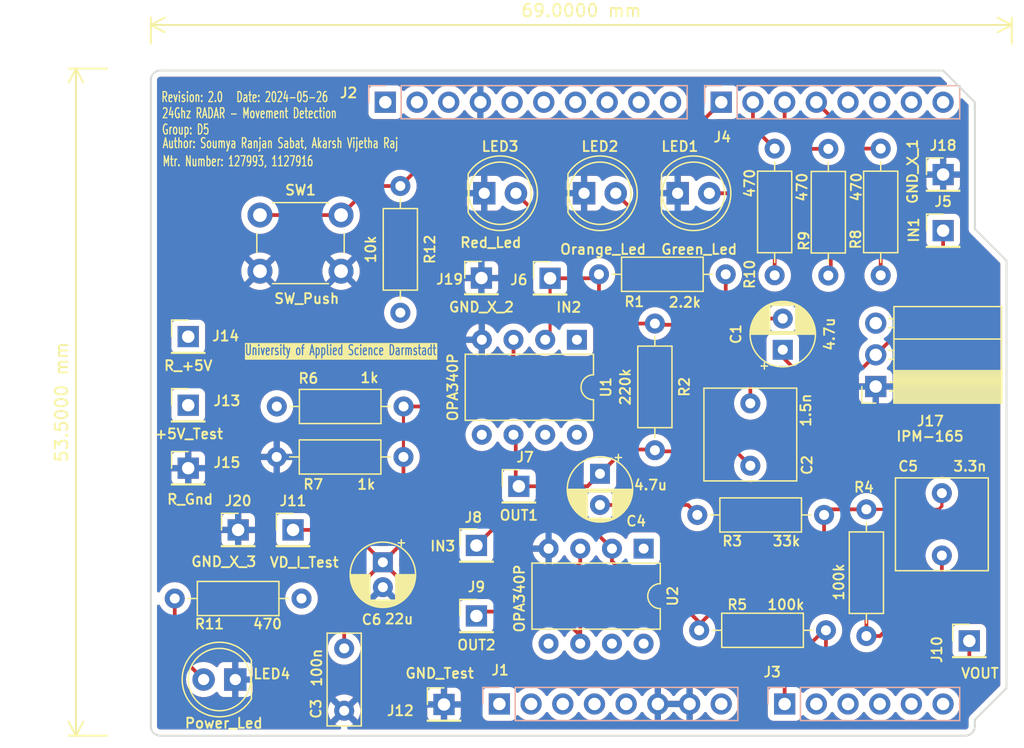
<source format=kicad_pcb>
(kicad_pcb (version 20240108) (generator "pcbnew") (generator_version "8.0")
  (title_block (title "24Ghz RADAR - Movement Detection") (date "2024-05-26") (rev "2.0") (company "University of Applied Science Darmstadt") (comment 1 "Group: D5") (comment 2 "Author: Soumya Ranjan Sabat, Akarsh Vijetha Raj") (comment 3 "Mtr. Number: 127993, 1127916"))
  (layers (0 "F.Cu" signal) (1 "In1.Cu" power "GND") (2 "In2.Cu" power "VCC") (31 "B.Cu" signal) (34 "B.Paste" user) (35 "F.Paste" user) (36 "B.SilkS" user "B.Silkscreen") (37 "F.SilkS" user "F.Silkscreen") (38 "B.Mask" user) (39 "F.Mask" user) (44 "Edge.Cuts" user))
  (net 0 "")
  (net 1 "GND")
  (net 3 "+5V")
  (net 4 "Vin")
  (net 5 "Net-(C1-Pad2)")
  (net 6 "Net-(J7-Pin_1)")
  (net 7 "/VD_I")
  (net 8 "Net-(C4-Pad2)")
  (net 24 "Vout")
  (net 30 "SW_PUSH")
  (net 33 "LED_GREEN")
  (net 34 "LED_RED")
  (net 35 "LED_ORANGE")
  (net 36 "Net-(LED1-A)")
  (net 37 "Net-(LED2-A)")
  (net 38 "Net-(LED3-A)")
  (net 39 "Net-(LED4-A)")
  (net 46 "Net-(J6-Pin_1)")
  (net 47 "Net-(J9-Pin_1)")
  (net 48 "Net-(J8-Pin_1)")
  (footprint "Connector_PinHeader_2.54mm:PinHeader_1x01_P2.54mm_Vertical" (layer "F.Cu") (at 165.6 92.4)
    (property "Reference" "J10" (at -2.6 0.7 90) (layer "F.SilkS") (effects (font (size 0.8 0.8))))
    (property "Value" "VOUT" (at 0.85 2.6 0) (layer "F.SilkS") (effects (font (size 0.8 0.8))))
    (pad "1" thru_hole rect (at 0 0) (size 1.7 1.7) (drill 1) (layers "*.Cu" "*.Mask") (net 24 "Vout"))
  )
  (footprint "Connector_PinHeader_2.54mm:PinHeader_1x01_P2.54mm_Vertical" (layer "F.Cu") (at 126.1 84.75)
    (property "Reference" "J8" (at -0.25 -2.25 0) (layer "F.SilkS") (effects (font (size 0.8 0.8))))
    (property "Value" "IN3" (at -2.7 0.05 180) (layer "F.SilkS") (effects (font (size 0.8 0.8))))
    (pad "1" thru_hole rect (at 0 0) (size 1.7 1.7) (drill 1) (layers "*.Cu" "*.Mask") (net 48 "Net-(J8-Pin_1)"))
  )
  (footprint "Resistor_THT:R_Axial_DIN0207_L6.3mm_D2.5mm_P10.16mm_Horizontal" (layer "F.Cu") (at 110.1 73.6)
    (property "Reference" "R6" (at 2.53 -2.25 0) (layer "F.SilkS") (effects (font (size 0.8 0.8))))
    (property "Value" "1k" (at 7.43 -2.3 0) (layer "F.SilkS") (effects (font (size 0.8 0.8))))
    (pad "1" thru_hole circle (at 0 0) (size 1.6 1.6) (drill 0.8) (layers "*.Cu" "*.Mask") (net 3 "+5V"))
    (pad "2" thru_hole oval (at 10.16 0) (size 1.6 1.6) (drill 0.8) (layers "*.Cu" "*.Mask") (net 7 "/VD_I"))
  )
  (footprint "Button_Switch_THT:SW_PUSH_6mm_H7.3mm" (layer "F.Cu") (at 108.75 58.25)
    (property "Reference" "SW1" (at 3.25 -2 0) (layer "F.SilkS") (effects (font (size 0.8 0.8))))
    (property "Value" "SW_Push" (at 3.75 6.7 0) (layer "F.SilkS") (effects (font (size 0.8 0.8))))
    (pad "1" thru_hole circle (at 0 0 90) (size 2 2) (drill 1.1) (layers "*.Cu" "*.Mask") (net 30 "SW_PUSH"))
    (pad "1" thru_hole circle (at 6.5 0 90) (size 2 2) (drill 1.1) (layers "*.Cu" "*.Mask") (net 30 "SW_PUSH"))
    (pad "2" thru_hole circle (at 0 4.5 90) (size 2 2) (drill 1.1) (layers "*.Cu" "*.Mask") (net 1 "GND"))
    (pad "2" thru_hole circle (at 6.5 4.5 90) (size 2 2) (drill 1.1) (layers "*.Cu" "*.Mask") (net 1 "GND"))
  )
  (footprint "Resistor_THT:R_Axial_DIN0207_L6.3mm_D2.5mm_P10.16mm_Horizontal" (layer "F.Cu") (at 143.95 91.55)
    (property "Reference" "R5" (at 3.05 -2.05 0) (layer "F.SilkS") (effects (font (size 0.8 0.8))))
    (property "Value" "100k" (at 6.95 -2.05 0) (layer "F.SilkS") (effects (font (size 0.8 0.8))))
    (pad "1" thru_hole circle (at 0 0) (size 1.6 1.6) (drill 0.8) (layers "*.Cu" "*.Mask") (net 47 "Net-(J9-Pin_1)"))
    (pad "2" thru_hole oval (at 10.16 0) (size 1.6 1.6) (drill 0.8) (layers "*.Cu" "*.Mask") (net 24 "Vout"))
  )
  (footprint "LED_THT:LED_D5.0mm" (layer "F.Cu") (at 134.725 56.5)
    (property "Reference" "LED2" (at 1.27 -3.75 0) (layer "F.SilkS") (effects (font (size 0.8 0.8))))
    (property "Value" "Orange_Led" (at 1.525 4.5 0) (layer "F.SilkS") (effects (font (size 0.8 0.8))))
    (pad "1" thru_hole rect (at 0 0) (size 1.8 1.8) (drill 0.9) (layers "*.Cu" "*.Mask") (net 1 "GND"))
    (pad "2" thru_hole circle (at 2.54 0) (size 1.8 1.8) (drill 0.9) (layers "*.Cu" "*.Mask") (net 37 "Net-(LED2-A)"))
  )
  (footprint "Package_DIP:DIP-8_W7.62mm" (layer "F.Cu") (at 139.5 85 -90)
    (property "Reference" "U2" (at 3.81 -2.33 90) (layer "F.SilkS") (effects (font (size 0.8 0.8))))
    (property "Value" "OPA340P" (at 4 9.95 90) (layer "F.SilkS") (effects (font (size 0.8 0.8))))
    (pad "1" thru_hole rect (at 0 0 270) (size 1.6 1.6) (drill 0.8) (layers "*.Cu" "*.Mask"))
    (pad "2" thru_hole oval (at 0 2.54 270) (size 1.6 1.6) (drill 0.8) (layers "*.Cu" "*.Mask") (net 48 "Net-(J8-Pin_1)"))
    (pad "3" thru_hole oval (at 0 5.08 270) (size 1.6 1.6) (drill 0.8) (layers "*.Cu" "*.Mask") (net 7 "/VD_I"))
    (pad "4" thru_hole oval (at 0 7.62 270) (size 1.6 1.6) (drill 0.8) (layers "*.Cu" "*.Mask") (net 1 "GND"))
    (pad "5" thru_hole oval (at 7.62 7.62 270) (size 1.6 1.6) (drill 0.8) (layers "*.Cu" "*.Mask"))
    (pad "6" thru_hole oval (at 7.62 5.08 270) (size 1.6 1.6) (drill 0.8) (layers "*.Cu" "*.Mask") (net 47 "Net-(J9-Pin_1)"))
    (pad "7" thru_hole oval (at 7.62 2.54 270) (size 1.6 1.6) (drill 0.8) (layers "*.Cu" "*.Mask") (net 3 "+5V"))
    (pad "8" thru_hole oval (at 7.62 0 270) (size 1.6 1.6) (drill 0.8) (layers "*.Cu" "*.Mask"))
  )
  (footprint "Connector_PinHeader_2.54mm:PinHeader_1x01_P2.54mm_Vertical" (layer "F.Cu") (at 111.4 83.5)
    (property "Reference" "J11" (at 0 -2.33 0) (layer "F.SilkS") (effects (font (size 0.8 0.8))))
    (property "Value" "VD_I_Test" (at 0.9 2.6 0) (layer "F.SilkS") (effects (font (size 0.8 0.8))))
    (pad "1" thru_hole rect (at 0 0) (size 1.7 1.7) (drill 1) (layers "*.Cu" "*.Mask") (net 7 "/VD_I"))
  )
  (footprint "Capacitor_THT:CP_Radial_D5.0mm_P2.50mm" (layer "F.Cu") (at 136 79 -90)
    (property "Reference" "C4" (at 3.8 -2.9 180) (layer "F.SilkS") (effects (font (size 0.8 0.8))))
    (property "Value" "4.7u" (at 0.9 -4.05 180) (layer "F.SilkS") (effects (font (size 0.8 0.8))))
    (pad "1" thru_hole rect (at 0 0 270) (size 1.6 1.6) (drill 0.8) (layers "*.Cu" "*.Mask") (net 6 "Net-(J7-Pin_1)"))
    (pad "2" thru_hole circle (at 2.5 0 270) (size 1.6 1.6) (drill 0.8) (layers "*.Cu" "*.Mask") (net 8 "Net-(C4-Pad2)"))
  )
  (footprint "Resistor_THT:R_Axial_DIN0207_L6.3mm_D2.5mm_P10.16mm_Horizontal" (layer "F.Cu") (at 157.35 81.85 -90)
    (property "Reference" "R4" (at -1.77 0.2 180) (layer "F.SilkS") (effects (font (size 0.8 0.8))))
    (property "Value" "100k" (at 5.83 2.2 90) (layer "F.SilkS") (effects (font (size 0.8 0.8))))
    (pad "1" thru_hole circle (at 0 0 270) (size 1.6 1.6) (drill 0.8) (layers "*.Cu" "*.Mask") (net 48 "Net-(J8-Pin_1)"))
    (pad "2" thru_hole oval (at 10.16 0 270) (size 1.6 1.6) (drill 0.8) (layers "*.Cu" "*.Mask") (net 47 "Net-(J9-Pin_1)"))
  )
  (footprint "Resistor_THT:R_Axial_DIN0207_L6.3mm_D2.5mm_P10.16mm_Horizontal" (layer "F.Cu") (at 158.5 63.08 90)
    (property "Reference" "R8" (at 2.88 -2 -90) (layer "F.SilkS") (effects (font (size 0.8 0.8))))
    (property "Value" "470" (at 7.08 -1.95 -90) (layer "F.SilkS") (effects (font (size 0.8 0.8))))
    (pad "1" thru_hole circle (at 0 0 90) (size 1.6 1.6) (drill 0.8) (layers "*.Cu" "*.Mask") (net 36 "Net-(LED1-A)"))
    (pad "2" thru_hole oval (at 10.16 0 90) (size 1.6 1.6) (drill 0.8) (layers "*.Cu" "*.Mask") (net 33 "LED_GREEN"))
  )
  (footprint "Connector_PinSocket_2.54mm:PinSocket_1x03_P2.54mm_Horizontal" (layer "F.Cu") (at 158.1 72 180)
    (property "Reference" "J17" (at -4.38 -2.77 180) (layer "F.SilkS") (effects (font (size 0.8 0.8))))
    (property "Value" "IPM-165" (at -4.35 -4 180) (layer "F.SilkS") (effects (font (size 0.8 0.8))))
    (pad "1" thru_hole rect (at 0 0 180) (size 1.7 1.7) (drill 1) (layers "*.Cu" "*.Mask") (net 1 "GND"))
    (pad "2" thru_hole oval (at 0 2.54 180) (size 1.7 1.7) (drill 1) (layers "*.Cu" "*.Mask") (net 4 "Vin"))
    (pad "3" thru_hole oval (at 0 5.08 180) (size 1.7 1.7) (drill 1) (layers "*.Cu" "*.Mask") (net 3 "+5V"))
  )
  (footprint "Connector_PinHeader_2.54mm:PinHeader_1x01_P2.54mm_Vertical" (layer "F.Cu") (at 126.5 63.3)
    (property "Reference" "J19" (at -2.55 0.1 0) (layer "F.SilkS") (effects (font (size 0.8 0.8))))
    (property "Value" "GND_X_2" (at 0 2.33 0) (layer "F.SilkS") (effects (font (size 0.8 0.8))))
    (pad "1" thru_hole rect (at 0 0) (size 1.7 1.7) (drill 1) (layers "*.Cu" "*.Mask") (net 1 "GND"))
  )
  (footprint "Capacitor_THT:CP_Radial_D5.0mm_P2.00mm" (layer "F.Cu") (at 118.6 86.094888 -90)
    (property "Reference" "C6" (at 4.6 0.9 180) (layer "F.SilkS") (effects (font (size 0.8 0.8))))
    (property "Value" "22u" (at 4.55 -1.3 180) (layer "F.SilkS") (effects (font (size 0.8 0.8))))
    (pad "1" thru_hole rect (at 0 0 270) (size 1.6 1.6) (drill 0.8) (layers "*.Cu" "*.Mask") (net 7 "/VD_I"))
    (pad "2" thru_hole circle (at 2 0 270) (size 1.6 1.6) (drill 0.8) (layers "*.Cu" "*.Mask") (net 1 "GND"))
  )
  (footprint "Connector_PinHeader_2.54mm:PinHeader_1x01_P2.54mm_Vertical" (layer "F.Cu") (at 132 63.32)
    (property "Reference" "J6" (at -2.5 0.13 0) (layer "F.SilkS") (effects (font (size 0.8 0.8))))
    (property "Value" "IN2" (at 1.5 2.33 0) (layer "F.SilkS") (effects (font (size 0.8 0.8))))
    (pad "1" thru_hole rect (at 0 0) (size 1.7 1.7) (drill 1) (layers "*.Cu" "*.Mask") (net 46 "Net-(J6-Pin_1)"))
  )
  (footprint "Resistor_THT:R_Axial_DIN0207_L6.3mm_D2.5mm_P10.16mm_Horizontal" (layer "F.Cu") (at 150 63.08 90)
    (property "Reference" "R10" (at 0.08 -2 -90) (layer "F.SilkS") (effects (font (size 0.8 0.8))))
    (property "Value" "470" (at 7.38 -2 -90) (layer "F.SilkS") (effects (font (size 0.8 0.8))))
    (pad "1" thru_hole circle (at 0 0 90) (size 1.6 1.6) (drill 0.8) (layers "*.Cu" "*.Mask") (net 38 "Net-(LED3-A)"))
    (pad "2" thru_hole oval (at 10.16 0 90) (size 1.6 1.6) (drill 0.8) (layers "*.Cu" "*.Mask") (net 34 "LED_RED"))
  )
  (footprint "Connector_PinHeader_2.54mm:PinHeader_1x01_P2.54mm_Vertical" (layer "F.Cu") (at 103 73.5)
    (property "Reference" "J13" (at 3.1 -0.35 0) (layer "F.SilkS") (effects (font (size 0.8 0.8))))
    (property "Value" "+5V_Test" (at 0.05 2.3 0) (layer "F.SilkS") (effects (font (size 0.8 0.8))))
    (pad "1" thru_hole rect (at 0 0) (size 1.7 1.7) (drill 1) (layers "*.Cu" "*.Mask") (net 3 "+5V"))
  )
  (footprint "Connector_PinHeader_2.54mm:PinHeader_1x01_P2.54mm_Vertical" (layer "F.Cu") (at 163.5 55)
    (property "Reference" "J18" (at 0 -2.33 0) (layer "F.SilkS") (effects (font (size 0.8 0.8))))
    (property "Value" "GND_X_1" (at -2.45 -0.25 90) (layer "F.SilkS") (effects (font (size 0.8 0.8))))
    (pad "1" thru_hole rect (at 0 0) (size 1.7 1.7) (drill 1) (layers "*.Cu" "*.Mask") (net 1 "GND"))
  )
  (footprint "LED_THT:LED_D5.0mm" (layer "F.Cu") (at 126.725 56.5)
    (property "Reference" "LED3" (at 1.27 -3.75 0) (layer "F.SilkS") (effects (font (size 0.8 0.8))))
    (property "Value" "Red_Led" (at 0.525 3.96 0) (layer "F.SilkS") (effects (font (size 0.8 0.8))))
    (pad "1" thru_hole rect (at 0 0) (size 1.8 1.8) (drill 0.9) (layers "*.Cu" "*.Mask") (net 1 "GND"))
    (pad "2" thru_hole circle (at 2.54 0) (size 1.8 1.8) (drill 0.9) (layers "*.Cu" "*.Mask") (net 38 "Net-(LED3-A)"))
  )
  (footprint "Capacitor_THT:C_Rect_L7.2mm_W2.5mm_P5.00mm_FKS2_FKP2_MKS2_MKP2" (layer "F.Cu") (at 115.5 98 90)
    (property "Reference" "C3" (at 0.15 -2.25 -90) (layer "F.SilkS") (effects (font (size 0.8 0.8))))
    (property "Value" "100n" (at 3.45 -2.2 -90) (layer "F.SilkS") (effects (font (size 0.8 0.8))))
    (pad "1" thru_hole circle (at 0 0 90) (size 1.6 1.6) (drill 0.8) (layers "*.Cu" "*.Mask") (net 1 "GND"))
    (pad "2" thru_hole circle (at 5 0 90) (size 1.6 1.6) (drill 0.8) (layers "*.Cu" "*.Mask") (net 7 "/VD_I"))
  )
  (footprint "Connector_PinHeader_2.54mm:PinHeader_1x01_P2.54mm_Vertical" (layer "F.Cu") (at 103 78.55)
    (property "Reference" "J15" (at 3.1 -0.45 0) (layer "F.SilkS") (effects (font (size 0.8 0.8))))
    (property "Value" "R_Gnd" (at 0.15 2.5 180) (layer "F.SilkS") (effects (font (size 0.8 0.8))))
    (pad "1" thru_hole rect (at 0 0) (size 1.7 1.7) (drill 1) (layers "*.Cu" "*.Mask") (net 1 "GND"))
  )
  (footprint "Connector_PinHeader_2.54mm:PinHeader_1x01_P2.54mm_Vertical" (layer "F.Cu") (at 107 83.5)
    (property "Reference" "J20" (at 0 -2.33 0) (layer "F.SilkS") (effects (font (size 0.8 0.8))))
    (property "Value" "GND_X_3" (at -1.15 2.55 0) (layer "F.SilkS") (effects (font (size 0.8 0.8))))
    (pad "1" thru_hole rect (at 0 0) (size 1.7 1.7) (drill 1) (layers "*.Cu" "*.Mask") (net 1 "GND"))
  )
  (footprint "Resistor_THT:R_Axial_DIN0207_L6.3mm_D2.5mm_P10.16mm_Horizontal" (layer "F.Cu") (at 120.25 77.65 180)
    (property "Reference" "R7" (at 7.23 -2.2 180) (layer "F.SilkS") (effects (font (size 0.8 0.8))))
    (property "Value" "1k" (at 2.98 -2.2 180) (layer "F.SilkS") (effects (font (size 0.8 0.8))))
    (pad "1" thru_hole circle (at 0 0 180) (size 1.6 1.6) (drill 0.8) (layers "*.Cu" "*.Mask") (net 7 "/VD_I"))
    (pad "2" thru_hole oval (at 10.16 0 180) (size 1.6 1.6) (drill 0.8) (layers "*.Cu" "*.Mask") (net 1 "GND"))
  )
  (footprint "LED_THT:LED_D5.0mm" (layer "F.Cu") (at 106.775 95.5 180)
    (property "Reference" "LED4" (at -2.925 0.45 0) (layer "F.SilkS") (effects (font (size 0.8 0.8))))
    (property "Value" "Power_Led" (at 0.925 -3.5 0) (layer "F.SilkS") (effects (font (size 0.8 0.8))))
    (pad "1" thru_hole rect (at 0 0 180) (size 1.8 1.8) (drill 0.9) (layers "*.Cu" "*.Mask") (net 1 "GND"))
    (pad "2" thru_hole circle (at 2.54 0 180) (size 1.8 1.8) (drill 0.9) (layers "*.Cu" "*.Mask") (net 39 "Net-(LED4-A)"))
  )
  (footprint "Resistor_THT:R_Axial_DIN0207_L6.3mm_D2.5mm_P10.16mm_Horizontal" (layer "F.Cu") (at 140.4 66.95 -90)
    (property "Reference" "R2" (at 5.08 -2.37 90) (layer "F.SilkS") (effects (font (size 0.8 0.8))))
    (property "Value" "220k" (at 5.08 2.37 90) (layer "F.SilkS") (effects (font (size 0.8 0.8))))
    (pad "1" thru_hole circle (at 0 0 270) (size 1.6 1.6) (drill 0.8) (layers "*.Cu" "*.Mask") (net 46 "Net-(J6-Pin_1)"))
    (pad "2" thru_hole oval (at 10.16 0 270) (size 1.6 1.6) (drill 0.8) (layers "*.Cu" "*.Mask") (net 6 "Net-(J7-Pin_1)"))
  )
  (footprint "Resistor_THT:R_Axial_DIN0207_L6.3mm_D2.5mm_P10.16mm_Horizontal" (layer "F.Cu") (at 120 55.92 -90)
    (property "Reference" "R12" (at 5.08 -2.37 90) (layer "F.SilkS") (effects (font (size 0.8 0.8))))
    (property "Value" "10k" (at 5.08 2.37 90) (layer "F.SilkS") (effects (font (size 0.8 0.8))))
    (pad "1" thru_hole circle (at 0 0 270) (size 1.6 1.6) (drill 0.8) (layers "*.Cu" "*.Mask") (net 30 "SW_PUSH"))
    (pad "2" thru_hole oval (at 10.16 0 270) (size 1.6 1.6) (drill 0.8) (layers "*.Cu" "*.Mask") (net 3 "+5V"))
  )
  (footprint "Connector_PinHeader_2.54mm:PinHeader_1x01_P2.54mm_Vertical" (layer "F.Cu") (at 163.5 59.5)
    (property "Reference" "J5" (at 0 -2.33 0) (layer "F.SilkS") (effects (font (size 0.8 0.8))))
    (property "Value" "IN1" (at -2.35 -0.05 90) (layer "F.SilkS") (effects (font (size 0.8 0.8))))
    (pad "1" thru_hole rect (at 0 0) (size 1.7 1.7) (drill 1) (layers "*.Cu" "*.Mask") (net 4 "Vin"))
  )
  (footprint "Connector_PinHeader_2.54mm:PinHeader_1x01_P2.54mm_Vertical" (layer "F.Cu") (at 129.5 80)
    (property "Reference" "J7" (at 0.5 -2.33 0) (layer "F.SilkS") (effects (font (size 0.8 0.8))))
    (property "Value" "OUT1" (at 0 2.33 0) (layer "F.SilkS") (effects (font (size 0.8 0.8))))
    (pad "1" thru_hole rect (at 0 0) (size 1.7 1.7) (drill 1) (layers "*.Cu" "*.Mask") (net 6 "Net-(J7-Pin_1)"))
  )
  (footprint "Resistor_THT:R_Axial_DIN0207_L6.3mm_D2.5mm_P10.16mm_Horizontal" (layer "F.Cu") (at 146.08 63 180)
    (property "Reference" "R1" (at 7.33 -2.2 180) (layer "F.SilkS") (effects (font (size 0.8 0.8))))
    (property "Value" "2.2k" (at 3.28 -2.25 180) (layer "F.SilkS") (effects (font (size 0.8 0.8))))
    (pad "1" thru_hole circle (at 0 0 180) (size 1.6 1.6) (drill 0.8) (layers "*.Cu" "*.Mask") (net 5 "Net-(C1-Pad2)"))
    (pad "2" thru_hole oval (at 10.16 0 180) (size 1.6 1.6) (drill 0.8) (layers "*.Cu" "*.Mask") (net 46 "Net-(J6-Pin_1)"))
  )
  (footprint "Resistor_THT:R_Axial_DIN0207_L6.3mm_D2.5mm_P10.16mm_Horizontal" (layer "F.Cu") (at 143.8 82.3)
    (property "Reference" "R3" (at 2.8 2.1 0) (layer "F.SilkS") (effects (font (size 0.8 0.8))))
    (property "Value" "33k" (at 7.15 2.1 0) (layer "F.SilkS") (effects (font (size 0.8 0.8))))
    (pad "1" thru_hole circle (at 0 0) (size 1.6 1.6) (drill 0.8) (layers "*.Cu" "*.Mask") (net 8 "Net-(C4-Pad2)"))
    (pad "2" thru_hole oval (at 10.16 0) (size 1.6 1.6) (drill 0.8) (layers "*.Cu" "*.Mask") (net 48 "Net-(J8-Pin_1)"))
  )
  (footprint "Connector_PinHeader_2.54mm:PinHeader_1x01_P2.54mm_Vertical" (layer "F.Cu") (at 123.5 97.5)
    (property "Reference" "J12" (at -3.5 0.5 0) (layer "F.SilkS") (effects (font (size 0.8 0.8))))
    (property "Value" "GND_Test" (at -0.35 -2.5 0) (layer "F.SilkS") (effects (font (size 0.8 0.8))))
    (pad "1" thru_hole rect (at 0 0) (size 1.7 1.7) (drill 1) (layers "*.Cu" "*.Mask") (net 1 "GND"))
  )
  (footprint "Resistor_THT:R_Axial_DIN0207_L6.3mm_D2.5mm_P10.16mm_Horizontal" (layer "F.Cu") (at 101.92 89)
    (property "Reference" "R11" (at 2.78 2.05 0) (layer "F.SilkS") (effects (font (size 0.8 0.8))))
    (property "Value" "470" (at 7.43 2.05 0) (layer "F.SilkS") (effects (font (size 0.8 0.8))))
    (pad "1" thru_hole circle (at 0 0) (size 1.6 1.6) (drill 0.8) (layers "*.Cu" "*.Mask") (net 39 "Net-(LED4-A)"))
    (pad "2" thru_hole oval (at 10.16 0) (size 1.6 1.6) (drill 0.8) (layers "*.Cu" "*.Mask") (net 3 "+5V"))
  )
  (footprint "Connector_PinHeader_2.54mm:PinHeader_1x01_P2.54mm_Vertical" (layer "F.Cu") (at 103 68)
    (property "Reference" "J14" (at 3 -0.05 0) (layer "F.SilkS") (effects (font (size 0.8 0.8))))
    (property "Value" "R_+5V" (at 0 2.33 0) (layer "F.SilkS") (effects (font (size 0.8 0.8))))
    (pad "1" thru_hole rect (at 0 0) (size 1.7 1.7) (drill 1) (layers "*.Cu" "*.Mask") (net 3 "+5V"))
  )
  (footprint "Package_DIP:DIP-8_W7.62mm" (layer "F.Cu") (at 134.15 68.25 -90)
    (property "Reference" "U1" (at 3.81 -2.33 90) (layer "F.SilkS") (effects (font (size 0.8 0.8))))
    (property "Value" "OPA340P" (at 3.81 9.95 90) (layer "F.SilkS") (effects (font (size 0.8 0.8))))
    (pad "1" thru_hole rect (at 0 0 270) (size 1.6 1.6) (drill 0.8) (layers "*.Cu" "*.Mask"))
    (pad "2" thru_hole oval (at 0 2.54 270) (size 1.6 1.6) (drill 0.8) (layers "*.Cu" "*.Mask") (net 46 "Net-(J6-Pin_1)"))
    (pad "3" thru_hole oval (at 0 5.08 270) (size 1.6 1.6) (drill 0.8) (layers "*.Cu" "*.Mask") (net 7 "/VD_I"))
    (pad "4" thru_hole oval (at 0 7.62 270) (size 1.6 1.6) (drill 0.8) (layers "*.Cu" "*.Mask") (net 1 "GND"))
    (pad "5" thru_hole oval (at 7.62 7.62 270) (size 1.6 1.6) (drill 0.8) (layers "*.Cu" "*.Mask"))
    (pad "6" thru_hole oval (at 7.62 5.08 270) (size 1.6 1.6) (drill 0.8) (layers "*.Cu" "*.Mask") (net 6 "Net-(J7-Pin_1)"))
    (pad "7" thru_hole oval (at 7.62 2.54 270) (size 1.6 1.6) (drill 0.8) (layers "*.Cu" "*.Mask") (net 3 "+5V"))
    (pad "8" thru_hole oval (at 7.62 0 270) (size 1.6 1.6) (drill 0.8) (layers "*.Cu" "*.Mask"))
  )
  (footprint "LED_THT:LED_D5.0mm" (layer "F.Cu") (at 142.225 56.5)
    (property "Reference" "LED1" (at 0.175 -3.75 0) (layer "F.SilkS") (effects (font (size 0.8 0.8))))
    (property "Value" "Green_Led" (at 1.725 4.5 0) (layer "F.SilkS") (effects (font (size 0.8 0.8))))
    (pad "1" thru_hole rect (at 0 0) (size 1.8 1.8) (drill 0.9) (layers "*.Cu" "*.Mask") (net 1 "GND"))
    (pad "2" thru_hole circle (at 2.54 0) (size 1.8 1.8) (drill 0.9) (layers "*.Cu" "*.Mask") (net 36 "Net-(LED1-A)"))
  )
  (footprint "Connector_PinHeader_2.54mm:PinHeader_1x01_P2.54mm_Vertical" (layer "F.Cu") (at 126.1 90.4)
    (property "Reference" "J9" (at 0 -2.33 0) (layer "F.SilkS") (effects (font (size 0.8 0.8))))
    (property "Value" "OUT2" (at 0 2.33 0) (layer "F.SilkS") (effects (font (size 0.8 0.8))))
    (pad "1" thru_hole rect (at 0 0) (size 1.7 1.7) (drill 1) (layers "*.Cu" "*.Mask") (net 47 "Net-(J9-Pin_1)"))
  )
  (footprint "Capacitor_THT:C_Rect_L7.2mm_W7.2mm_P5.00mm_FKS2_FKP2_MKS2_MKP2" (layer "F.Cu") (at 148.05 73.35 -90)
    (property "Reference" "C2" (at 4.95 -4.55 90) (layer "F.SilkS") (effects (font (size 0.8 0.8))))
    (property "Value" "1.5n" (at 0.55 -4.45 90) (layer "F.SilkS") (effects (font (size 0.8 0.8))))
    (pad "1" thru_hole circle (at 0 0 270) (size 1.6 1.6) (drill 0.8) (layers "*.Cu" "*.Mask") (net 46 "Net-(J6-Pin_1)"))
    (pad "2" thru_hole circle (at 5 0 270) (size 1.6 1.6) (drill 0.8) (layers "*.Cu" "*.Mask") (net 6 "Net-(J7-Pin_1)"))
  )
  (footprint "Capacitor_THT:CP_Radial_D5.0mm_P2.50mm" (layer "F.Cu") (at 150.65 69.05 90)
    (property "Reference" "C1" (at 1.25 -3.75 -90) (layer "F.SilkS") (effects (font (size 0.8 0.8))))
    (property "Value" "4.7u" (at 1.25 3.75 -90) (layer "F.SilkS") (effects (font (size 0.8 0.8))))
    (pad "1" thru_hole rect (at 0 0 90) (size 1.6 1.6) (drill 0.8) (layers "*.Cu" "*.Mask") (net 4 "Vin"))
    (pad "2" thru_hole circle (at 2.5 0 90) (size 1.6 1.6) (drill 0.8) (layers "*.Cu" "*.Mask") (net 5 "Net-(C1-Pad2)"))
  )
  (footprint "Capacitor_THT:C_Rect_L7.2mm_W7.2mm_P5.00mm_FKS2_FKP2_MKS2_MKP2" (layer "F.Cu") (at 163.4 80.55 -90)
    (property "Reference" "C5" (at -2.15 2.7 180) (layer "F.SilkS") (effects (font (size 0.8 0.8))))
    (property "Value" "3.3n" (at -2.15 -2.25 180) (layer "F.SilkS") (effects (font (size 0.8 0.8))))
    (pad "1" thru_hole circle (at 0 0 270) (size 1.6 1.6) (drill 0.8) (layers "*.Cu" "*.Mask") (net 48 "Net-(J8-Pin_1)"))
    (pad "2" thru_hole circle (at 5 0 270) (size 1.6 1.6) (drill 0.8) (layers "*.Cu" "*.Mask") (net 47 "Net-(J9-Pin_1)"))
  )
  (footprint "Resistor_THT:R_Axial_DIN0207_L6.3mm_D2.5mm_P10.16mm_Horizontal" (layer "F.Cu") (at 154.3 63.1 90)
    (property "Reference" "R9" (at 2.78 -1.95 -90) (layer "F.SilkS") (effects (font (size 0.8 0.8))))
    (property "Value" "470" (at 7.08 -2.1 -90) (layer "F.SilkS") (effects (font (size 0.8 0.8))))
    (pad "1" thru_hole circle (at 0 0 90) (size 1.6 1.6) (drill 0.8) (layers "*.Cu" "*.Mask") (net 37 "Net-(LED2-A)"))
    (pad "2" thru_hole oval (at 10.16 0 90) (size 1.6 1.6) (drill 0.8) (layers "*.Cu" "*.Mask") (net 35 "LED_ORANGE"))
  )
  (footprint "Connector_PinHeader_2.54mm:PinHeader_1x08_P2.54mm_Vertical" (layer "B.Cu") (at 127.94 97.46 -90)
    (property "Reference" "J1" (at -2.71 -0.06 0) (layer "F.SilkS") (effects (font (size 0.8 0.8))))
    (property "Value" "Power" (hide yes))
    (pad "1" thru_hole rect (at 0 0 270) (size 1.7 1.7) (drill 1) (layers "*.Cu" "*.Mask"))
    (pad "2" thru_hole oval (at 0 -2.54 270) (size 1.7 1.7) (drill 1) (layers "*.Cu" "*.Mask"))
    (pad "3" thru_hole oval (at 0 -5.08 270) (size 1.7 1.7) (drill 1) (layers "*.Cu" "*.Mask"))
    (pad "4" thru_hole oval (at 0 -7.62 270) (size 1.7 1.7) (drill 1) (layers "*.Cu" "*.Mask"))
    (pad "5" thru_hole oval (at 0 -10.16 270) (size 1.7 1.7) (drill 1) (layers "*.Cu" "*.Mask") (net 3 "+5V"))
    (pad "6" thru_hole oval (at 0 -12.7 270) (size 1.7 1.7) (drill 1) (layers "*.Cu" "*.Mask") (net 1 "GND"))
    (pad "7" thru_hole oval (at 0 -15.24 270) (size 1.7 1.7) (drill 1) (layers "*.Cu" "*.Mask") (net 1 "GND"))
    (pad "8" thru_hole oval (at 0 -17.78 270) (size 1.7 1.7) (drill 1) (layers "*.Cu" "*.Mask"))
  )
  (footprint "Connector_PinHeader_2.54mm:PinHeader_1x06_P2.54mm_Vertical" (layer "B.Cu") (at 150.8 97.46 -90)
    (property "Reference" "J3" (at -2.56 1 0) (layer "F.SilkS") (effects (font (size 0.8 0.8))))
    (property "Value" "Analog" (hide yes))
    (pad "1" thru_hole rect (at 0 0 270) (size 1.7 1.7) (drill 1) (layers "*.Cu" "*.Mask") (net 24 "Vout"))
    (pad "2" thru_hole oval (at 0 -2.54 270) (size 1.7 1.7) (drill 1) (layers "*.Cu" "*.Mask"))
    (pad "3" thru_hole oval (at 0 -5.08 270) (size 1.7 1.7) (drill 1) (layers "*.Cu" "*.Mask"))
    (pad "4" thru_hole oval (at 0 -7.62 270) (size 1.7 1.7) (drill 1) (layers "*.Cu" "*.Mask"))
    (pad "5" thru_hole oval (at 0 -10.16 270) (size 1.7 1.7) (drill 1) (layers "*.Cu" "*.Mask"))
    (pad "6" thru_hole oval (at 0 -12.7 270) (size 1.7 1.7) (drill 1) (layers "*.Cu" "*.Mask"))
  )
  (footprint "Connector_PinHeader_2.54mm:PinHeader_1x10_P2.54mm_Vertical" (layer "B.Cu") (at 118.796 49.2 -90)
    (property "Reference" "J2" (at -0.75 2.946 0) (layer "F.SilkS") (effects (font (size 0.8 0.8))))
    (property "Value" "Digital/PWM" (hide yes))
    (pad "1" thru_hole rect (at 0 0 270) (size 1.7 1.7) (drill 1) (layers "*.Cu" "*.Mask"))
    (pad "2" thru_hole oval (at 0 -2.54 270) (size 1.7 1.7) (drill 1) (layers "*.Cu" "*.Mask"))
    (pad "3" thru_hole oval (at 0 -5.08 270) (size 1.7 1.7) (drill 1) (layers "*.Cu" "*.Mask"))
    (pad "4" thru_hole oval (at 0 -7.62 270) (size 1.7 1.7) (drill 1) (layers "*.Cu" "*.Mask") (net 1 "GND"))
    (pad "5" thru_hole oval (at 0 -10.16 270) (size 1.7 1.7) (drill 1) (layers "*.Cu" "*.Mask"))
    (pad "6" thru_hole oval (at 0 -12.7 270) (size 1.7 1.7) (drill 1) (layers "*.Cu" "*.Mask"))
    (pad "7" thru_hole oval (at 0 -15.24 270) (size 1.7 1.7) (drill 1) (layers "*.Cu" "*.Mask"))
    (pad "8" thru_hole oval (at 0 -17.78 270) (size 1.7 1.7) (drill 1) (layers "*.Cu" "*.Mask"))
    (pad "9" thru_hole oval (at 0 -20.32 270) (size 1.7 1.7) (drill 1) (layers "*.Cu" "*.Mask"))
    (pad "10" thru_hole oval (at 0 -22.86 270) (size 1.7 1.7) (drill 1) (layers "*.Cu" "*.Mask"))
  )
  (footprint "Connector_PinHeader_2.54mm:PinHeader_1x08_P2.54mm_Vertical" (layer "B.Cu") (at 145.72 49.2 -90)
    (property "Reference" "J4" (at 2.8 -0.08 0) (layer "F.SilkS") (effects (font (size 0.8 0.8))))
    (property "Value" "Digital/PWM")
    (pad "1" thru_hole rect (at 0 0 270) (size 1.7 1.7) (drill 1) (layers "*.Cu" "*.Mask") (net 30 "SW_PUSH"))
    (pad "2" thru_hole oval (at 0 -2.54 270) (size 1.7 1.7) (drill 1) (layers "*.Cu" "*.Mask") (net 34 "LED_RED"))
    (pad "3" thru_hole oval (at 0 -5.08 270) (size 1.7 1.7) (drill 1) (layers "*.Cu" "*.Mask") (net 35 "LED_ORANGE"))
    (pad "4" thru_hole oval (at 0 -7.62 270) (size 1.7 1.7) (drill 1) (layers "*.Cu" "*.Mask") (net 33 "LED_GREEN"))
    (pad "5" thru_hole oval (at 0 -10.16 270) (size 1.7 1.7) (drill 1) (layers "*.Cu" "*.Mask"))
    (pad "6" thru_hole oval (at 0 -12.7 270) (size 1.7 1.7) (drill 1) (layers "*.Cu" "*.Mask"))
    (pad "7" thru_hole oval (at 0 -15.24 270) (size 1.7 1.7) (drill 1) (layers "*.Cu" "*.Mask"))
    (pad "8" thru_hole oval (at 0 -17.78 270) (size 1.7 1.7) (drill 1) (layers "*.Cu" "*.Mask"))
  )
  (gr_line (start 120.25 73.5) (end 120.25 77.65) (stroke (width 0.25)) (layer "F.Cu") (net 7))
  (gr_line (start 166.04 59.36) (end 168.58 61.9) (stroke (width 0.15)) (layer "Edge.Cuts"))
  (gr_line (start 100 99.238) (end 100 47.422) (stroke (width 0.15)) (layer "Edge.Cuts"))
  (gr_line (start 168.58 61.9) (end 168.58 96.19) (stroke (width 0.15)) (layer "Edge.Cuts"))
  (gr_line (start 165.278 100) (end 100.762 100) (stroke (width 0.15)) (layer "Edge.Cuts"))
  (gr_line (start 100.762 46.66) (end 163.5 46.66) (stroke (width 0.15)) (layer "Edge.Cuts"))
  (gr_arc (start 100.762 100) (mid 100.223185 99.776815) (end 100 99.238) (stroke (width 0.15)) (layer "Edge.Cuts"))
  (gr_line (start 168.58 96.19) (end 166.04 98.73) (stroke (width 0.15)) (layer "Edge.Cuts"))
  (gr_line (start 163.5 46.66) (end 166.04 49.2) (stroke (width 0.15)) (layer "Edge.Cuts"))
  (gr_arc (start 166.04 99.238) (mid 165.816815 99.776815) (end 165.278 100) (stroke (width 0.15)) (layer "Edge.Cuts"))
  (gr_line (start 166.04 49.2) (end 166.04 59.36) (stroke (width 0.15)) (layer "Edge.Cuts"))
  (gr_line (start 166.04 98.73) (end 166.04 99.238) (stroke (width 0.15)) (layer "Edge.Cuts"))
  (gr_arc (start 100 47.422) (mid 100.223185 46.883185) (end 100.762 46.66) (stroke (width 0.15)) (layer "Edge.Cuts"))
  (gr_text "${COMMENT4}" (at 104.25 54.05 0) (layer "F.SilkS") (effects (font (size 0.8 0.5) (thickness 0.1) (bold yes)) (justify left bottom)))
  (gr_text "${COMMENT3}" (at 100.9 54.4 0) (layer "F.SilkS") (effects (font (size 0.8 0.5) (thickness 0.1)) (justify left bottom)))
  (gr_text "${COMPANY}" (at 107.5 69.55 0) (layer "F.SilkS" knockout) (effects (font (size 0.8 0.5) (thickness 0.1) (bold yes)) (justify left bottom)))
  (gr_text "Revision: ${REVISION}" (at 100.8 49.25 0) (layer "F.SilkS") (effects (font (size 0.8 0.5) (thickness 0.1)) (justify left bottom)))
  (gr_text "Date: ${ISSUE_DATE}" (at 106.8 49.25 0) (layer "F.SilkS") (effects (font (size 0.8 0.5) (thickness 0.1)) (justify left bottom)))
  (gr_text "${TITLE}" (at 100.85 50.55 0) (layer "F.SilkS") (effects (font (size 0.8 0.5) (thickness 0.1)) (justify left bottom)))
  (gr_text "${COMMENT1}" (at 100.85 51.85 0) (layer "F.SilkS") (effects (font (size 0.8 0.5) (thickness 0.1)) (justify left bottom)))
  (gr_text "${COMMENT2}" (at 100.9 52.95 0) (layer "F.SilkS") (effects (font (size 0.8 0.5) (thickness 0.1) (bold yes)) (justify left bottom)))
  (dimension (type aligned) (layer "F.SilkS") (pts (xy 169 45) (xy 100 45)) (height 2) (gr_text "69.0000 mm" (at 134.5 41.85 0) (layer "F.SilkS") (effects (font (size 1 1) (thickness 0.15)))) (format (prefix "") (suffix "") (units 3) (units_format 1) (precision 4)) (style (thickness 0.15) (arrow_length 1.27) (text_position_mode 0) (extension_height 0.58642) (extension_offset 0.5) keep_text_aligned))
  (dimension (type aligned) (layer "F.SilkS") (pts (xy 97 46.5) (xy 97 100)) (height 3) (gr_text "53.5000 mm" (at 92.85 73.25 90) (layer "F.SilkS") (effects (font (size 1 1) (thickness 0.15)))) (format (prefix "") (suffix "") (units 3) (units_format 1) (precision 4)) (style (thickness 0.15) (arrow_length 1.27) (text_position_mode 0) (extension_height 0.58642) (extension_offset 0.5) keep_text_aligned))
  (segment (start 151.5 70.5) (end 150.65 69.65) (width 0.3) (layer "F.Cu") (net 4))
  (segment (start 163.5 59.5) (end 163.5 64.06) (width 0.3) (layer "F.Cu") (net 4))
  (segment (start 157.06 70.5) (end 151.5 70.5) (width 0.3) (layer "F.Cu") (net 4))
  (segment (start 163.5 64.06) (end 158.1 69.46) (width 0.3) (layer "F.Cu") (net 4))
  (segment (start 150.65 69.65) (end 150.65 69.05) (width 0.3) (layer "F.Cu") (net 4))
  (segment (start 158.1 69.46) (end 157.06 70.5) (width 0.3) (layer "F.Cu") (net 4))
  (segment (start 150.65 66.55) (end 148.05 66.55) (width 0.3) (layer "F.Cu") (net 5))
  (segment (start 148.05 66.55) (end 146.08 64.58) (width 0.3) (layer "F.Cu") (net 5))
  (segment (start 146.08 64.58) (end 146.08 63) (width 0.3) (layer "F.Cu") (net 5))
  (segment (start 129.5 80) (end 135 80) (width 0.3) (layer "F.Cu") (net 6))
  (segment (start 129.25 79.75) (end 129.5 80) (width 0.3) (layer "F.Cu") (net 6))
  (segment (start 146.9 77.2) (end 148.05 78.35) (width 0.3) (layer "F.Cu") (net 6))
  (segment (start 137.95 77.05) (end 136 79) (width 0.3) (layer "F.Cu") (net 6))
  (segment (start 140.49 77.2) (end 146.9 77.2) (width 0.3) (layer "F.Cu") (net 6))
  (segment (start 140.34 77.05) (end 137.95 77.05) (width 0.3) (layer "F.Cu") (net 6))
  (segment (start 140.4 77.11) (end 140.34 77.05) (width 0.3) (layer "F.Cu") (net 6))
  (segment (start 140.4 77.11) (end 140.49 77.2) (width 0.3) (layer "F.Cu") (net 6))
  (segment (start 129.25 76.05) (end 129.25 79.75) (width 0.3) (layer "F.Cu") (net 6))
  (segment (start 129.07 75.87) (end 129.25 76.05) (width 0.3) (layer "F.Cu") (net 6))
  (segment (start 135 80) (end 136 79) (width 0.3) (layer "F.Cu") (net 6))
  (segment (start 111.4 83.5) (end 111.4 83.9) (width 0.3) (layer "F.Cu") (net 7))
  (segment (start 111.4 83.9) (end 111.5 84) (width 0.3) (layer "F.Cu") (net 7))
  (segment (start 120.25 84.444888) (end 118.6 86.094888) (width 0.3) (layer "F.Cu") (net 7))
  (segment (start 134.42 85) (end 134.42 86.13) (width 0.3) (layer "F.Cu") (net 7))
  (segment (start 116.005112 83.5) (end 118.6 86.094888) (width 0.3) (layer "F.Cu") (net 7))
  (segment (start 120.26 73.6) (end 124.95 73.6) (width 0.3) (layer "F.Cu") (net 7))
  (segment (start 133.3 87.25) (end 119.755112 87.25) (width 0.3) (layer "F.Cu") (net 7))
  (segment (start 119.755112 87.25) (end 118.6 86.094888) (width 0.3) (layer "F.Cu") (net 7))
  (segment (start 124.95 73.6) (end 129.07 69.48) (width 0.3) (layer "F.Cu") (net 7))
  (segment (start 134.42 86.13) (end 133.3 87.25) (width 0.3) (layer "F.Cu") (net 7))
  (segment (start 120.25 77.65) (end 120.25 84.444888) (width 0.3) (layer "F.Cu") (net 7))
  (segment (start 115.5 93) (end 115.5 89.194888) (width 0.3) (layer "F.Cu") (net 7))
  (segment (start 129.07 69.48) (end 129.07 68.25) (width 0.3) (layer "F.Cu") (net 7))
  (segment (start 120.4 77.65) (end 120.25 77.65) (width 0.3) (layer "F.Cu") (net 7))
  (segment (start 111.4 83.5) (end 116.005112 83.5) (width 0.3) (layer "F.Cu") (net 7))
  (segment (start 115.5 89.194888) (end 118.6 86.094888) (width 0.3) (layer "F.Cu") (net 7))
  (segment (start 143.05 81.5) (end 136 81.5) (width 0.3) (layer "F.Cu") (net 8))
  (segment (start 143.8 82.25) (end 143.05 81.5) (width 0.3) (layer "F.Cu") (net 8))
  (segment (start 143.8 82.3) (end 143.8 82.25) (width 0.3) (layer "F.Cu") (net 8))
  (segment (start 154.11 91.55) (end 154.11 93.61) (width 0.3) (layer "F.Cu") (net 24))
  (segment (start 154.11 91.55) (end 153.95 91.55) (width 0.3) (layer "F.Cu") (net 24))
  (segment (start 150.8 94.7) (end 150.8 97.46) (width 0.3) (layer "F.Cu") (net 24))
  (segment (start 155.1 94.6) (end 164.9 94.6) (width 0.3) (layer "F.Cu") (net 24))
  (segment (start 164.9 94.6) (end 165.6 93.9) (width 0.3) (layer "F.Cu") (net 24))
  (segment (start 154.11 93.61) (end 155.1 94.6) (width 0.3) (layer "F.Cu") (net 24))
  (segment (start 153.95 91.55) (end 150.8 94.7) (width 0.3) (layer "F.Cu") (net 24))
  (segment (start 165.6 93.9) (end 165.6 92.4) (width 0.3) (layer "F.Cu") (net 24))
  (segment (start 120 55.92) (end 117.58 55.92) (width 0.3) (layer "F.Cu") (net 30))
  (segment (start 145.72 49.2) (end 142.92 52) (width 0.3) (layer "F.Cu") (net 30))
  (segment (start 120 55.92) (end 123.92 52) (width 0.3) (layer "F.Cu") (net 30))
  (segment (start 142.92 52) (end 123.92 52) (width 0.3) (layer "F.Cu") (net 30))
  (segment (start 108.75 58.25) (end 115.25 58.25) (width 0.3) (layer "F.Cu") (net 30))
  (segment (start 117.58 55.92) (end 115.25 58.25) (width 0.3) (layer "F.Cu") (net 30))
  (segment (start 153.34 49.2) (end 157.06 52.92) (width 0.3) (layer "F.Cu") (net 33))
  (segment (start 157.06 52.92) (end 158.5 52.92) (width 0.3) (layer "F.Cu") (net 33))
  (segment (start 148.26 49.2) (end 148.26 51.18) (width 0.3) (layer "F.Cu") (net 34))
  (segment (start 148.28 49.2) (end 148.26 49.2) (width 0.3) (layer "F.Cu") (net 34))
  (segment (start 148.26 51.18) (end 150 52.92) (width 0.3) (layer "F.Cu") (net 34))
  (segment (start 150.8 50.8) (end 152.94 52.94) (width 0.3) (layer "F.Cu") (net 35))
  (segment (start 152.94 52.94) (end 154.3 52.94) (width 0.3) (layer "F.Cu") (net 35))
  (segment (start 150.8 49.2) (end 150.870991 49.2) (width 0.3) (layer "F.Cu") (net 35))
  (segment (start 150.8 49.2) (end 150.8 50.8) (width 0.3) (layer "F.Cu") (net 35))
  (segment (start 158.5 59.5) (end 158.5 63.08) (width 0.3) (layer "F.Cu") (net 36))
  (segment (start 155.5 56.5) (end 158.5 59.5) (width 0.3) (layer "F.Cu") (net 36))
  (segment (start 144.765 56.5) (end 155.5 56.5) (width 0.3) (layer "F.Cu") (net 36))
  (segment (start 137.265 56.5) (end 139.015 58.25) (width 0.3) (layer "F.Cu") (net 37))
  (segment (start 154.5 59.25) (end 154.5 62.9) (width 0.3) (layer "F.Cu") (net 37))
  (segment (start 153.5 58.25) (end 154.5 59.25) (width 0.3) (layer "F.Cu") (net 37))
  (segment (start 139.015 58.25) (end 153.5 58.25) (width 0.3) (layer "F.Cu") (net 37))
  (segment (start 154.5 62.9) (end 154.3 63.1) (width 0.3) (layer "F.Cu") (net 37))
  (segment (start 149.5 60) (end 150 60.5) (width 0.3) (layer "F.Cu") (net 38))
  (segment (start 132.765 60) (end 149.5 60) (width 0.3) (layer "F.Cu") (net 38))
  (segment (start 150 60.5) (end 150 63.08) (width 0.3) (layer "F.Cu") (net 38))
  (segment (start 129.265 56.5) (end 132.765 60) (width 0.3) (layer "F.Cu") (net 38))
  (segment (start 101.92 89) (end 101.92 93.185) (width 0.3) (layer "F.Cu") (net 39))
  (segment (start 101.92 93.185) (end 104.235 95.5) (width 0.3) (layer "F.Cu") (net 39))
  (segment (start 148.05 73.35) (end 148.05 70.55) (width 0.3) (layer "F.Cu") (net 46))
  (segment (start 132 63.32) (end 132 67.86) (width 0.25) (layer "F.Cu") (net 46))
  (segment (start 132 63.32) (end 135.6 63.32) (width 0.3) (layer "F.Cu") (net 46))
  (segment (start 135.92 65.47) (end 137.4 66.95) (width 0.3) (layer "F.Cu") (net 46))
  (segment (start 135.6 63.32) (end 135.92 63) (width 0.3) (layer "F.Cu") (net 46))
  (segment (start 135.92 63) (end 135.92 65.47) (width 0.3) (layer "F.Cu") (net 46))
  (segment (start 148.05 70.55) (end 144.55 67.05) (width 0.3) (layer "F.Cu") (net 46))
  (segment (start 137.4 66.95) (end 140.4 66.95) (width 0.3) (layer "F.Cu") (net 46))
  (segment (start 132 67.86) (end 131.61 68.25) (width 0.25) (layer "F.Cu") (net 46))
  (segment (start 140.5 67.05) (end 140.4 66.95) (width 0.3) (layer "F.Cu") (net 46))
  (segment (start 144.55 67.05) (end 140.5 67.05) (width 0.3) (layer "F.Cu") (net 46))
  (segment (start 132 63.32) (end 131.61 63.71) (width 0.3) (layer "F.Cu") (net 46))
  (segment (start 163.4 87.05) (end 158.44 92.01) (width 0.3) (layer "F.Cu") (net 47))
  (segment (start 146.35 88.7) (end 143.95 91.1) (width 0.3) (layer "F.Cu") (net 47))
  (segment (start 134.42 91.97) (end 134.42 92.62) (width 0.3) (layer "F.Cu") (net 47))
  (segment (start 157.35 92.01) (end 157.35 89.85) (width 0.3) (layer "F.Cu") (net 47))
  (segment (start 143.95 90.9) (end 143.95 91.55) (width 0.3) (layer "F.Cu") (net 47))
  (segment (start 134.42 92.62) (end 134.42 91.03) (width 0.3) (layer "F.Cu") (net 47))
  (segment (start 143.2 90.15) (end 143.95 90.9) (width 0.3) (layer "F.Cu") (net 47))
  (segment (start 132.5 90.05) (end 134.42 91.97) (width 0.3) (layer "F.Cu") (net 47))
  (segment (start 135.3 90.15) (end 143.2 90.15) (width 0.3) (layer "F.Cu") (net 47))
  (segment (start 126.45 90.05) (end 132.5 90.05) (width 0.3) (layer "F.Cu") (net 47))
  (segment (start 157.35 89.85) (end 156.2 88.7) (width 0.3) (layer "F.Cu") (net 47))
  (segment (start 143.95 91.1) (end 143.95 91.55) (width 0.3) (layer "F.Cu") (net 47))
  (segment (start 134.42 91.03) (end 135.3 90.15) (width 0.3) (layer "F.Cu") (net 47))
  (segment (start 156.2 88.7) (end 146.35 88.7) (width 0.3) (layer "F.Cu") (net 47))
  (segment (start 143.95 91.55) (end 144.05 91.65) (width 0.3) (layer "F.Cu") (net 47))
  (segment (start 126.1 90.4) (end 126.45 90.05) (width 0.3) (layer "F.Cu") (net 47))
  (segment (start 158.44 92.01) (end 157.35 92.01) (width 0.3) (layer "F.Cu") (net 47))
  (segment (start 163.4 85.55) (end 163.4 87.05) (width 0.3) (layer "F.Cu") (net 47))
  (segment (start 135.36 83.4) (end 136.96 85) (width 0.3) (layer "F.Cu") (net 48))
  (segment (start 157.35 81.85) (end 157.45 81.75) (width 0.3) (layer "F.Cu") (net 48))
  (segment (start 127.45 83.4) (end 135.36 83.4) (width 0.3) (layer "F.Cu") (net 48))
  (segment (start 138 87.05) (end 136.96 86.01) (width 0.3) (layer "F.Cu") (net 48))
  (segment (start 153.96 85.54) (end 152.45 87.05) (width 0.3) (layer "F.Cu") (net 48))
  (segment (start 163.15 81.85) (end 163.4 81.6) (width 0.25) (layer "F.Cu") (net 48))
  (segment (start 153.96 82.3) (end 153.96 85.54) (width 0.3) (layer "F.Cu") (net 48))
  (segment (start 136.96 86.01) (end 136.96 85) (width 0.3) (layer "F.Cu") (net 48))
  (segment (start 157.35 81.85) (end 163.15 81.85) (width 0.25) (layer "F.Cu") (net 48))
  (segment (start 157.35 81.85) (end 154.41 81.85) (width 0.3) (layer "F.Cu") (net 48))
  (segment (start 163.4 81.6) (end 163.4 80.55) (width 0.25) (layer "F.Cu") (net 48))
  (segment (start 152.45 87.05) (end 138 87.05) (width 0.3) (layer "F.Cu") (net 48))
  (segment (start 126.1 84.75) (end 127.45 83.4) (width 0.3) (layer "F.Cu") (net 48))
  (segment (start 154.41 81.85) (end 153.96 82.3) (width 0.3) (layer "F.Cu") (net 48))
  (zone (net 1) (net_name "GND") (layer "F.Cu") (connect_pads (clearance 0.508)) (min_thickness 0.25) (fill yes (thermal_gap 0.5) (thermal_bridge_width 0.5))
    (polygon (pts (xy 96.5 45) (xy 170 45) (xy 170 101) (xy 96.5 101)))
  )
  (zone (net 1) (net_name "GND") (layer "B.Cu") (priority 3) (connect_pads (clearance 0.508)) (min_thickness 0.25) (fill yes (thermal_gap 0.5) (thermal_bridge_width 0.5))
    (polygon (pts (xy 96.5 45) (xy 170 45) (xy 170 101) (xy 96.5 101)))
  )
)
</source>
